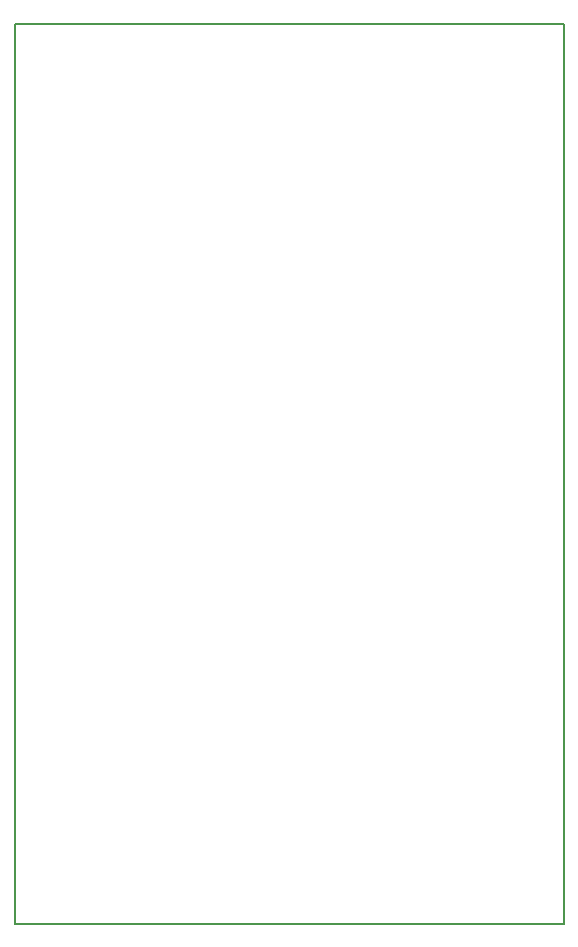
<source format=gbr>
%TF.GenerationSoftware,KiCad,Pcbnew,(5.1.6)-1*%
%TF.CreationDate,2020-10-15T10:14:48+02:00*%
%TF.ProjectId,ezSignal,657a5369-676e-4616-9c2e-6b696361645f,rev?*%
%TF.SameCoordinates,Original*%
%TF.FileFunction,Profile,NP*%
%FSLAX46Y46*%
G04 Gerber Fmt 4.6, Leading zero omitted, Abs format (unit mm)*
G04 Created by KiCad (PCBNEW (5.1.6)-1) date 2020-10-15 10:14:48*
%MOMM*%
%LPD*%
G01*
G04 APERTURE LIST*
%TA.AperFunction,Profile*%
%ADD10C,0.150000*%
%TD*%
G04 APERTURE END LIST*
D10*
X64516000Y-48514000D02*
X64516000Y-124714000D01*
X64516000Y-124714000D02*
X18034000Y-124714000D01*
X18034000Y-48514000D02*
X64516000Y-48514000D01*
X18034000Y-124714000D02*
X18034000Y-48514000D01*
M02*

</source>
